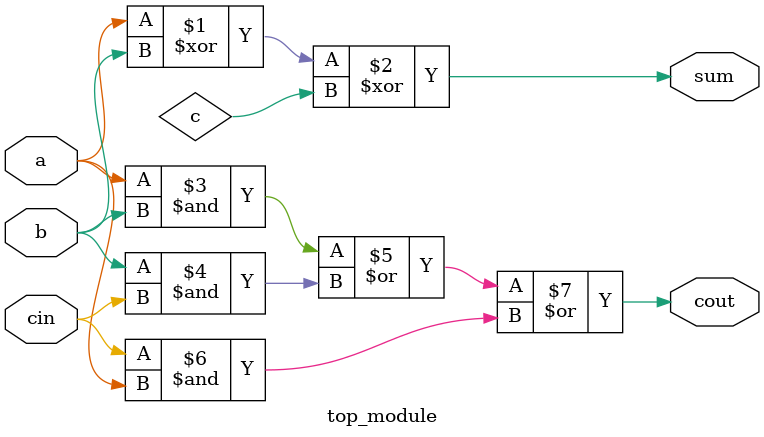
<source format=v>
module top_module( 
    input a, b, cin,
    output cout, sum );
	assign sum=a^b^c;
    assign cout = a&b | b&cin | cin&a;
endmodule

</source>
